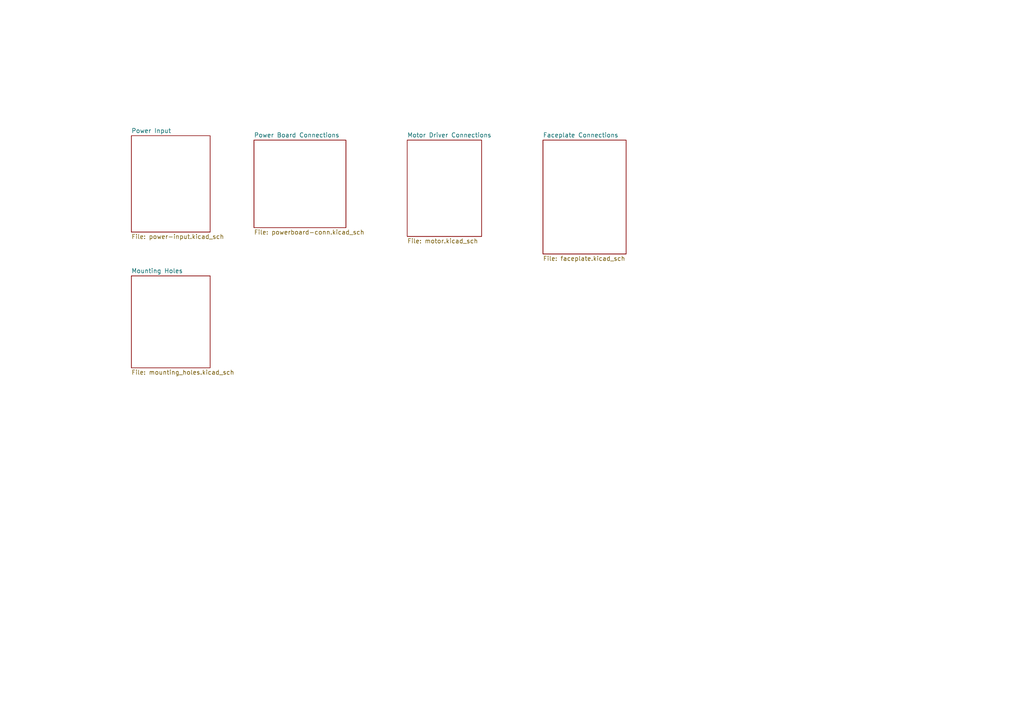
<source format=kicad_sch>
(kicad_sch (version 20230121) (generator eeschema)
  (paper "A4")
  (lib_symbols)
  (sheet (at 73.66 40.64) (size 26.67 25.4) (stroke (width 0.1524))
    (property "Sheetname" "Power Board Connections" (at 73.66 39.9284 0) (effects (justify left bottom)))
    (property "Sheetfile" "powerboard-conn.kicad_sch" (at 73.66 66.6246 0) (effects (justify left top)))
  )
  (sheet (at 118.11 40.64) (size 21.59 27.94) (stroke (width 0.1524))
    (property "Sheetname" "Motor Driver Connections" (at 118.11 39.9284 0) (effects (justify left bottom)))
    (property "Sheetfile" "motor.kicad_sch" (at 118.11 69.1646 0) (effects (justify left top)))
  )
  (sheet (at 38.1 39.37) (size 22.86 27.94) (stroke (width 0.1524))
    (property "Sheetname" "Power Input" (at 38.1 38.6584 0) (effects (justify left bottom)))
    (property "Sheetfile" "power-input.kicad_sch" (at 38.1 67.8946 0) (effects (justify left top)))
  )
  (sheet (at 38.1 80.01) (size 22.86 26.67) (stroke (width 0.1524))
    (property "Sheetname" "Mounting Holes" (at 38.1 79.2984 0) (effects (justify left bottom)))
    (property "Sheetfile" "mounting_holes.kicad_sch" (at 38.1 107.2646 0) (effects (justify left top)))
  )
  (sheet (at 157.48 40.64) (size 24.13 33.02) (stroke (width 0.1524))
    (property "Sheetname" "Faceplate Connections" (at 157.48 39.9284 0) (effects (justify left bottom)))
    (property "Sheetfile" "faceplate.kicad_sch" (at 157.48 74.2446 0) (effects (justify left top)))
  )
)
</source>
